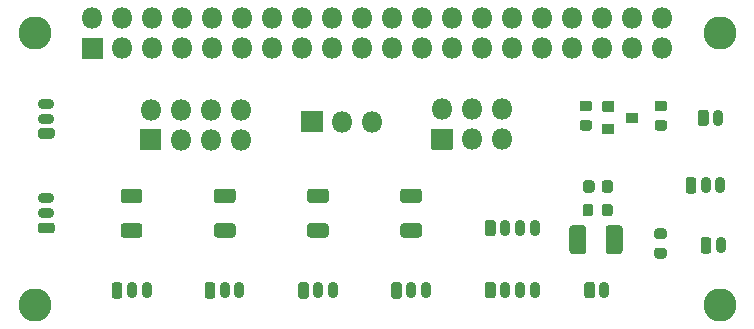
<source format=gts>
%TF.GenerationSoftware,KiCad,Pcbnew,5.1.10-88a1d61d58~88~ubuntu20.04.1*%
%TF.CreationDate,2021-05-10T23:55:53-04:00*%
%TF.ProjectId,reminder-mainboard,72656d69-6e64-4657-922d-6d61696e626f,rev?*%
%TF.SameCoordinates,Original*%
%TF.FileFunction,Soldermask,Top*%
%TF.FilePolarity,Negative*%
%FSLAX46Y46*%
G04 Gerber Fmt 4.6, Leading zero omitted, Abs format (unit mm)*
G04 Created by KiCad (PCBNEW 5.1.10-88a1d61d58~88~ubuntu20.04.1) date 2021-05-10 23:55:53*
%MOMM*%
%LPD*%
G01*
G04 APERTURE LIST*
%ADD10C,2.802000*%
%ADD11O,0.902000X1.402000*%
%ADD12O,1.802000X1.802000*%
%ADD13O,1.402000X0.902000*%
G04 APERTURE END LIST*
G36*
G01*
X173584000Y-100090000D02*
X173584000Y-99290000D01*
G75*
G02*
X173635000Y-99239000I51000J0D01*
G01*
X174535000Y-99239000D01*
G75*
G02*
X174586000Y-99290000I0J-51000D01*
G01*
X174586000Y-100090000D01*
G75*
G02*
X174535000Y-100141000I-51000J0D01*
G01*
X173635000Y-100141000D01*
G75*
G02*
X173584000Y-100090000I0J51000D01*
G01*
G37*
G36*
G01*
X171584000Y-101040000D02*
X171584000Y-100240000D01*
G75*
G02*
X171635000Y-100189000I51000J0D01*
G01*
X172535000Y-100189000D01*
G75*
G02*
X172586000Y-100240000I0J-51000D01*
G01*
X172586000Y-101040000D01*
G75*
G02*
X172535000Y-101091000I-51000J0D01*
G01*
X171635000Y-101091000D01*
G75*
G02*
X171584000Y-101040000I0J51000D01*
G01*
G37*
G36*
G01*
X171584000Y-99140000D02*
X171584000Y-98340000D01*
G75*
G02*
X171635000Y-98289000I51000J0D01*
G01*
X172535000Y-98289000D01*
G75*
G02*
X172586000Y-98340000I0J-51000D01*
G01*
X172586000Y-99140000D01*
G75*
G02*
X172535000Y-99191000I-51000J0D01*
G01*
X171635000Y-99191000D01*
G75*
G02*
X171584000Y-99140000I0J51000D01*
G01*
G37*
G36*
G01*
X171861500Y-110956756D02*
X171861500Y-109043244D01*
G75*
G02*
X172130744Y-108774000I269244J0D01*
G01*
X173019256Y-108774000D01*
G75*
G02*
X173288500Y-109043244I0J-269244D01*
G01*
X173288500Y-110956756D01*
G75*
G02*
X173019256Y-111226000I-269244J0D01*
G01*
X172130744Y-111226000D01*
G75*
G02*
X171861500Y-110956756I0J269244D01*
G01*
G37*
G36*
G01*
X168786500Y-110956756D02*
X168786500Y-109043244D01*
G75*
G02*
X169055744Y-108774000I269244J0D01*
G01*
X169944256Y-108774000D01*
G75*
G02*
X170213500Y-109043244I0J-269244D01*
G01*
X170213500Y-110956756D01*
G75*
G02*
X169944256Y-111226000I-269244J0D01*
G01*
X169055744Y-111226000D01*
G75*
G02*
X168786500Y-110956756I0J269244D01*
G01*
G37*
D10*
X181500000Y-92500000D03*
X123500000Y-115500000D03*
X123500000Y-92500000D03*
X181500000Y-115500000D03*
D11*
X165840000Y-114280000D03*
X164590000Y-114280000D03*
X163340000Y-114280000D03*
G36*
G01*
X161639000Y-114755500D02*
X161639000Y-113804500D01*
G75*
G02*
X161864500Y-113579000I225500J0D01*
G01*
X162315500Y-113579000D01*
G75*
G02*
X162541000Y-113804500I0J-225500D01*
G01*
X162541000Y-114755500D01*
G75*
G02*
X162315500Y-114981000I-225500J0D01*
G01*
X161864500Y-114981000D01*
G75*
G02*
X161639000Y-114755500I0J225500D01*
G01*
G37*
G36*
G01*
X169899000Y-107800500D02*
X169899000Y-107199500D01*
G75*
G02*
X170124500Y-106974000I225500J0D01*
G01*
X170575500Y-106974000D01*
G75*
G02*
X170801000Y-107199500I0J-225500D01*
G01*
X170801000Y-107800500D01*
G75*
G02*
X170575500Y-108026000I-225500J0D01*
G01*
X170124500Y-108026000D01*
G75*
G02*
X169899000Y-107800500I0J225500D01*
G01*
G37*
G36*
G01*
X171549000Y-107800500D02*
X171549000Y-107199500D01*
G75*
G02*
X171774500Y-106974000I225500J0D01*
G01*
X172225500Y-106974000D01*
G75*
G02*
X172451000Y-107199500I0J-225500D01*
G01*
X172451000Y-107800500D01*
G75*
G02*
X172225500Y-108026000I-225500J0D01*
G01*
X171774500Y-108026000D01*
G75*
G02*
X171549000Y-107800500I0J225500D01*
G01*
G37*
X171750000Y-114280000D03*
G36*
G01*
X170049000Y-114755500D02*
X170049000Y-113804500D01*
G75*
G02*
X170274500Y-113579000I225500J0D01*
G01*
X170725500Y-113579000D01*
G75*
G02*
X170951000Y-113804500I0J-225500D01*
G01*
X170951000Y-114755500D01*
G75*
G02*
X170725500Y-114981000I-225500J0D01*
G01*
X170274500Y-114981000D01*
G75*
G02*
X170049000Y-114755500I0J225500D01*
G01*
G37*
G36*
G01*
X172488500Y-105218250D02*
X172488500Y-105781750D01*
G75*
G02*
X172244250Y-106026000I-244250J0D01*
G01*
X171755750Y-106026000D01*
G75*
G02*
X171511500Y-105781750I0J244250D01*
G01*
X171511500Y-105218250D01*
G75*
G02*
X171755750Y-104974000I244250J0D01*
G01*
X172244250Y-104974000D01*
G75*
G02*
X172488500Y-105218250I0J-244250D01*
G01*
G37*
G36*
G01*
X170913500Y-105218250D02*
X170913500Y-105781750D01*
G75*
G02*
X170669250Y-106026000I-244250J0D01*
G01*
X170180750Y-106026000D01*
G75*
G02*
X169936500Y-105781750I0J244250D01*
G01*
X169936500Y-105218250D01*
G75*
G02*
X170180750Y-104974000I244250J0D01*
G01*
X170669250Y-104974000D01*
G75*
G02*
X170913500Y-105218250I0J-244250D01*
G01*
G37*
D12*
X163080000Y-98960000D03*
X163080000Y-101500000D03*
X160540000Y-98960000D03*
X160540000Y-101500000D03*
X158000000Y-98960000D03*
G36*
G01*
X158850000Y-102401000D02*
X157150000Y-102401000D01*
G75*
G02*
X157099000Y-102350000I0J51000D01*
G01*
X157099000Y-100650000D01*
G75*
G02*
X157150000Y-100599000I51000J0D01*
G01*
X158850000Y-100599000D01*
G75*
G02*
X158901000Y-100650000I0J-51000D01*
G01*
X158901000Y-102350000D01*
G75*
G02*
X158850000Y-102401000I-51000J0D01*
G01*
G37*
D11*
X165840000Y-109030000D03*
X164590000Y-109030000D03*
X163340000Y-109030000D03*
G36*
G01*
X161639000Y-109505500D02*
X161639000Y-108554500D01*
G75*
G02*
X161864500Y-108329000I225500J0D01*
G01*
X162315500Y-108329000D01*
G75*
G02*
X162541000Y-108554500I0J-225500D01*
G01*
X162541000Y-109505500D01*
G75*
G02*
X162315500Y-109731000I-225500J0D01*
G01*
X161864500Y-109731000D01*
G75*
G02*
X161639000Y-109505500I0J225500D01*
G01*
G37*
G36*
G01*
X176229500Y-99879000D02*
X176830500Y-99879000D01*
G75*
G02*
X177056000Y-100104500I0J-225500D01*
G01*
X177056000Y-100555500D01*
G75*
G02*
X176830500Y-100781000I-225500J0D01*
G01*
X176229500Y-100781000D01*
G75*
G02*
X176004000Y-100555500I0J225500D01*
G01*
X176004000Y-100104500D01*
G75*
G02*
X176229500Y-99879000I225500J0D01*
G01*
G37*
G36*
G01*
X176229500Y-98229000D02*
X176830500Y-98229000D01*
G75*
G02*
X177056000Y-98454500I0J-225500D01*
G01*
X177056000Y-98905500D01*
G75*
G02*
X176830500Y-99131000I-225500J0D01*
G01*
X176229500Y-99131000D01*
G75*
G02*
X176004000Y-98905500I0J225500D01*
G01*
X176004000Y-98454500D01*
G75*
G02*
X176229500Y-98229000I225500J0D01*
G01*
G37*
G36*
G01*
X130034000Y-114775500D02*
X130034000Y-113824500D01*
G75*
G02*
X130259500Y-113599000I225500J0D01*
G01*
X130710500Y-113599000D01*
G75*
G02*
X130936000Y-113824500I0J-225500D01*
G01*
X130936000Y-114775500D01*
G75*
G02*
X130710500Y-115001000I-225500J0D01*
G01*
X130259500Y-115001000D01*
G75*
G02*
X130034000Y-114775500I0J225500D01*
G01*
G37*
X131735000Y-114300000D03*
X132985000Y-114300000D03*
D12*
X176660000Y-91250000D03*
X176660000Y-93790000D03*
X174120000Y-91250000D03*
X174120000Y-93790000D03*
X171580000Y-91250000D03*
X171580000Y-93790000D03*
X169040000Y-91250000D03*
X169040000Y-93790000D03*
X166500000Y-91250000D03*
X166500000Y-93790000D03*
X163960000Y-91250000D03*
X163960000Y-93790000D03*
X161420000Y-91250000D03*
X161420000Y-93790000D03*
X158880000Y-91250000D03*
X158880000Y-93790000D03*
X156340000Y-91250000D03*
X156340000Y-93790000D03*
X153800000Y-91250000D03*
X153800000Y-93790000D03*
X151260000Y-91250000D03*
X151260000Y-93790000D03*
X148720000Y-91250000D03*
X148720000Y-93790000D03*
X146180000Y-91250000D03*
X146180000Y-93790000D03*
X143640000Y-91250000D03*
X143640000Y-93790000D03*
X141100000Y-91250000D03*
X141100000Y-93790000D03*
X138560000Y-91250000D03*
X138560000Y-93790000D03*
X136020000Y-91250000D03*
X136020000Y-93790000D03*
X133480000Y-91250000D03*
X133480000Y-93790000D03*
X130940000Y-91250000D03*
X130940000Y-93790000D03*
X128400000Y-91250000D03*
G36*
G01*
X127550000Y-92889000D02*
X129250000Y-92889000D01*
G75*
G02*
X129301000Y-92940000I0J-51000D01*
G01*
X129301000Y-94640000D01*
G75*
G02*
X129250000Y-94691000I-51000J0D01*
G01*
X127550000Y-94691000D01*
G75*
G02*
X127499000Y-94640000I0J51000D01*
G01*
X127499000Y-92940000D01*
G75*
G02*
X127550000Y-92889000I51000J0D01*
G01*
G37*
X152080000Y-100000000D03*
X149540000Y-100000000D03*
G36*
G01*
X147850000Y-100901000D02*
X146150000Y-100901000D01*
G75*
G02*
X146099000Y-100850000I0J51000D01*
G01*
X146099000Y-99150000D01*
G75*
G02*
X146150000Y-99099000I51000J0D01*
G01*
X147850000Y-99099000D01*
G75*
G02*
X147901000Y-99150000I0J-51000D01*
G01*
X147901000Y-100850000D01*
G75*
G02*
X147850000Y-100901000I-51000J0D01*
G01*
G37*
G36*
G01*
X176800500Y-109951000D02*
X176199500Y-109951000D01*
G75*
G02*
X175974000Y-109725500I0J225500D01*
G01*
X175974000Y-109274500D01*
G75*
G02*
X176199500Y-109049000I225500J0D01*
G01*
X176800500Y-109049000D01*
G75*
G02*
X177026000Y-109274500I0J-225500D01*
G01*
X177026000Y-109725500D01*
G75*
G02*
X176800500Y-109951000I-225500J0D01*
G01*
G37*
G36*
G01*
X176800500Y-111601000D02*
X176199500Y-111601000D01*
G75*
G02*
X175974000Y-111375500I0J225500D01*
G01*
X175974000Y-110924500D01*
G75*
G02*
X176199500Y-110699000I225500J0D01*
G01*
X176800500Y-110699000D01*
G75*
G02*
X177026000Y-110924500I0J-225500D01*
G01*
X177026000Y-111375500D01*
G75*
G02*
X176800500Y-111601000I-225500J0D01*
G01*
G37*
G36*
G01*
X169879500Y-99879000D02*
X170480500Y-99879000D01*
G75*
G02*
X170706000Y-100104500I0J-225500D01*
G01*
X170706000Y-100555500D01*
G75*
G02*
X170480500Y-100781000I-225500J0D01*
G01*
X169879500Y-100781000D01*
G75*
G02*
X169654000Y-100555500I0J225500D01*
G01*
X169654000Y-100104500D01*
G75*
G02*
X169879500Y-99879000I225500J0D01*
G01*
G37*
G36*
G01*
X169879500Y-98229000D02*
X170480500Y-98229000D01*
G75*
G02*
X170706000Y-98454500I0J-225500D01*
G01*
X170706000Y-98905500D01*
G75*
G02*
X170480500Y-99131000I-225500J0D01*
G01*
X169879500Y-99131000D01*
G75*
G02*
X169654000Y-98905500I0J225500D01*
G01*
X169654000Y-98454500D01*
G75*
G02*
X169879500Y-98229000I225500J0D01*
G01*
G37*
G36*
G01*
X154731665Y-108606500D02*
X156038335Y-108606500D01*
G75*
G02*
X156311000Y-108879165I0J-272665D01*
G01*
X156311000Y-109560835D01*
G75*
G02*
X156038335Y-109833500I-272665J0D01*
G01*
X154731665Y-109833500D01*
G75*
G02*
X154459000Y-109560835I0J272665D01*
G01*
X154459000Y-108879165D01*
G75*
G02*
X154731665Y-108606500I272665J0D01*
G01*
G37*
G36*
G01*
X154731665Y-105681500D02*
X156038335Y-105681500D01*
G75*
G02*
X156311000Y-105954165I0J-272665D01*
G01*
X156311000Y-106635835D01*
G75*
G02*
X156038335Y-106908500I-272665J0D01*
G01*
X154731665Y-106908500D01*
G75*
G02*
X154459000Y-106635835I0J272665D01*
G01*
X154459000Y-105954165D01*
G75*
G02*
X154731665Y-105681500I272665J0D01*
G01*
G37*
G36*
G01*
X138951665Y-108606500D02*
X140258335Y-108606500D01*
G75*
G02*
X140531000Y-108879165I0J-272665D01*
G01*
X140531000Y-109560835D01*
G75*
G02*
X140258335Y-109833500I-272665J0D01*
G01*
X138951665Y-109833500D01*
G75*
G02*
X138679000Y-109560835I0J272665D01*
G01*
X138679000Y-108879165D01*
G75*
G02*
X138951665Y-108606500I272665J0D01*
G01*
G37*
G36*
G01*
X138951665Y-105681500D02*
X140258335Y-105681500D01*
G75*
G02*
X140531000Y-105954165I0J-272665D01*
G01*
X140531000Y-106635835D01*
G75*
G02*
X140258335Y-106908500I-272665J0D01*
G01*
X138951665Y-106908500D01*
G75*
G02*
X138679000Y-106635835I0J272665D01*
G01*
X138679000Y-105954165D01*
G75*
G02*
X138951665Y-105681500I272665J0D01*
G01*
G37*
G36*
G01*
X146841665Y-108606500D02*
X148148335Y-108606500D01*
G75*
G02*
X148421000Y-108879165I0J-272665D01*
G01*
X148421000Y-109560835D01*
G75*
G02*
X148148335Y-109833500I-272665J0D01*
G01*
X146841665Y-109833500D01*
G75*
G02*
X146569000Y-109560835I0J272665D01*
G01*
X146569000Y-108879165D01*
G75*
G02*
X146841665Y-108606500I272665J0D01*
G01*
G37*
G36*
G01*
X146841665Y-105681500D02*
X148148335Y-105681500D01*
G75*
G02*
X148421000Y-105954165I0J-272665D01*
G01*
X148421000Y-106635835D01*
G75*
G02*
X148148335Y-106908500I-272665J0D01*
G01*
X146841665Y-106908500D01*
G75*
G02*
X146569000Y-106635835I0J272665D01*
G01*
X146569000Y-105954165D01*
G75*
G02*
X146841665Y-105681500I272665J0D01*
G01*
G37*
G36*
G01*
X131061665Y-108606500D02*
X132368335Y-108606500D01*
G75*
G02*
X132641000Y-108879165I0J-272665D01*
G01*
X132641000Y-109560835D01*
G75*
G02*
X132368335Y-109833500I-272665J0D01*
G01*
X131061665Y-109833500D01*
G75*
G02*
X130789000Y-109560835I0J272665D01*
G01*
X130789000Y-108879165D01*
G75*
G02*
X131061665Y-108606500I272665J0D01*
G01*
G37*
G36*
G01*
X131061665Y-105681500D02*
X132368335Y-105681500D01*
G75*
G02*
X132641000Y-105954165I0J-272665D01*
G01*
X132641000Y-106635835D01*
G75*
G02*
X132368335Y-106908500I-272665J0D01*
G01*
X131061665Y-106908500D01*
G75*
G02*
X130789000Y-106635835I0J272665D01*
G01*
X130789000Y-105954165D01*
G75*
G02*
X131061665Y-105681500I272665J0D01*
G01*
G37*
D13*
X124500000Y-98500000D03*
X124500000Y-99750000D03*
G36*
G01*
X124975500Y-101451000D02*
X124024500Y-101451000D01*
G75*
G02*
X123799000Y-101225500I0J225500D01*
G01*
X123799000Y-100774500D01*
G75*
G02*
X124024500Y-100549000I225500J0D01*
G01*
X124975500Y-100549000D01*
G75*
G02*
X125201000Y-100774500I0J-225500D01*
G01*
X125201000Y-101225500D01*
G75*
G02*
X124975500Y-101451000I-225500J0D01*
G01*
G37*
D12*
X140970000Y-99000000D03*
X140970000Y-101540000D03*
X138430000Y-99000000D03*
X138430000Y-101540000D03*
X135890000Y-99000000D03*
X135890000Y-101540000D03*
X133350000Y-99000000D03*
G36*
G01*
X134200000Y-102441000D02*
X132500000Y-102441000D01*
G75*
G02*
X132449000Y-102390000I0J51000D01*
G01*
X132449000Y-100690000D01*
G75*
G02*
X132500000Y-100639000I51000J0D01*
G01*
X134200000Y-100639000D01*
G75*
G02*
X134251000Y-100690000I0J-51000D01*
G01*
X134251000Y-102390000D01*
G75*
G02*
X134200000Y-102441000I-51000J0D01*
G01*
G37*
D11*
X156655000Y-114300000D03*
X155405000Y-114300000D03*
G36*
G01*
X153704000Y-114775500D02*
X153704000Y-113824500D01*
G75*
G02*
X153929500Y-113599000I225500J0D01*
G01*
X154380500Y-113599000D01*
G75*
G02*
X154606000Y-113824500I0J-225500D01*
G01*
X154606000Y-114775500D01*
G75*
G02*
X154380500Y-115001000I-225500J0D01*
G01*
X153929500Y-115001000D01*
G75*
G02*
X153704000Y-114775500I0J225500D01*
G01*
G37*
X140855000Y-114300000D03*
X139605000Y-114300000D03*
G36*
G01*
X137904000Y-114775500D02*
X137904000Y-113824500D01*
G75*
G02*
X138129500Y-113599000I225500J0D01*
G01*
X138580500Y-113599000D01*
G75*
G02*
X138806000Y-113824500I0J-225500D01*
G01*
X138806000Y-114775500D01*
G75*
G02*
X138580500Y-115001000I-225500J0D01*
G01*
X138129500Y-115001000D01*
G75*
G02*
X137904000Y-114775500I0J225500D01*
G01*
G37*
D13*
X124500000Y-106500000D03*
X124500000Y-107750000D03*
G36*
G01*
X124975500Y-109451000D02*
X124024500Y-109451000D01*
G75*
G02*
X123799000Y-109225500I0J225500D01*
G01*
X123799000Y-108774500D01*
G75*
G02*
X124024500Y-108549000I225500J0D01*
G01*
X124975500Y-108549000D01*
G75*
G02*
X125201000Y-108774500I0J-225500D01*
G01*
X125201000Y-109225500D01*
G75*
G02*
X124975500Y-109451000I-225500J0D01*
G01*
G37*
D11*
X148765000Y-114300000D03*
X147515000Y-114300000D03*
G36*
G01*
X145814000Y-114775500D02*
X145814000Y-113824500D01*
G75*
G02*
X146039500Y-113599000I225500J0D01*
G01*
X146490500Y-113599000D01*
G75*
G02*
X146716000Y-113824500I0J-225500D01*
G01*
X146716000Y-114775500D01*
G75*
G02*
X146490500Y-115001000I-225500J0D01*
G01*
X146039500Y-115001000D01*
G75*
G02*
X145814000Y-114775500I0J225500D01*
G01*
G37*
X181365000Y-99690000D03*
G36*
G01*
X179664000Y-100165500D02*
X179664000Y-99214500D01*
G75*
G02*
X179889500Y-98989000I225500J0D01*
G01*
X180340500Y-98989000D01*
G75*
G02*
X180566000Y-99214500I0J-225500D01*
G01*
X180566000Y-100165500D01*
G75*
G02*
X180340500Y-100391000I-225500J0D01*
G01*
X179889500Y-100391000D01*
G75*
G02*
X179664000Y-100165500I0J225500D01*
G01*
G37*
X181570000Y-105410000D03*
X180320000Y-105410000D03*
G36*
G01*
X178619000Y-105885500D02*
X178619000Y-104934500D01*
G75*
G02*
X178844500Y-104709000I225500J0D01*
G01*
X179295500Y-104709000D01*
G75*
G02*
X179521000Y-104934500I0J-225500D01*
G01*
X179521000Y-105885500D01*
G75*
G02*
X179295500Y-106111000I-225500J0D01*
G01*
X178844500Y-106111000D01*
G75*
G02*
X178619000Y-105885500I0J225500D01*
G01*
G37*
X181590000Y-110490000D03*
G36*
G01*
X179889000Y-110965500D02*
X179889000Y-110014500D01*
G75*
G02*
X180114500Y-109789000I225500J0D01*
G01*
X180565500Y-109789000D01*
G75*
G02*
X180791000Y-110014500I0J-225500D01*
G01*
X180791000Y-110965500D01*
G75*
G02*
X180565500Y-111191000I-225500J0D01*
G01*
X180114500Y-111191000D01*
G75*
G02*
X179889000Y-110965500I0J225500D01*
G01*
G37*
M02*

</source>
